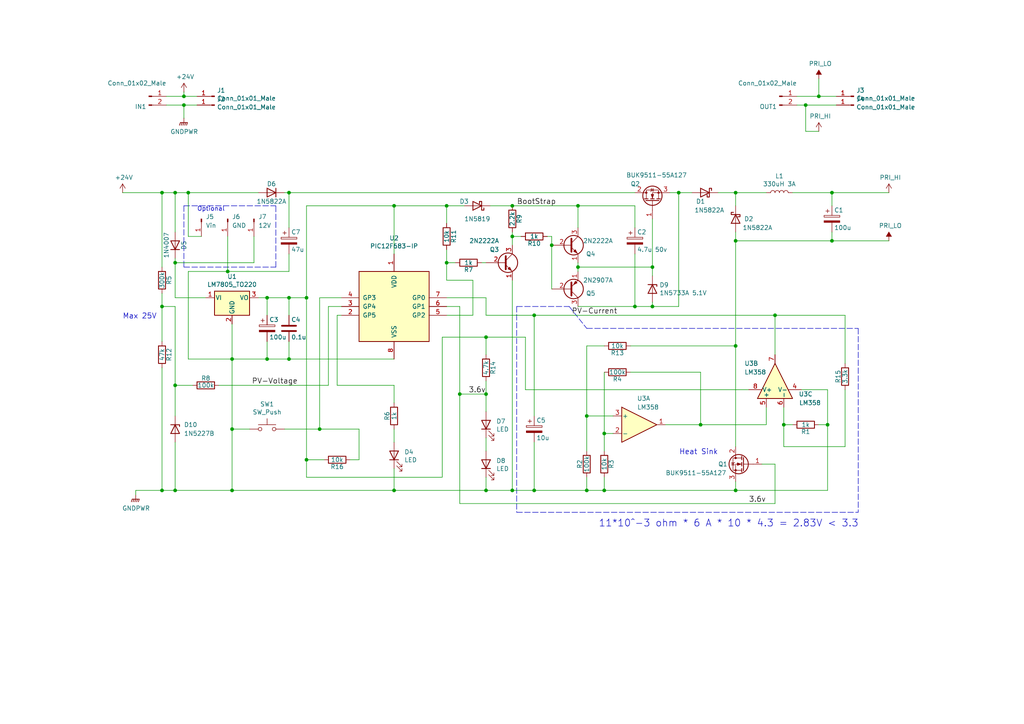
<source format=kicad_sch>
(kicad_sch (version 20250114) (generator "eeschema") (generator_version "9.0")
  (paper "A4")
  (title_block (title "Simple MPPT with 12F683") (date "2025-11-25") (rev "1.22"))
  (lib_symbols
    (symbol "Amplifier_Operational:LM358" (pin_names (offset 0.127))
      (property "Reference" "U" (at 0 5.08 0))
      (property "Value" "LM358" (at 0 -5.08 0))
      (symbol "LM358_1_1"
        (polyline (pts (xy -5.08 5.08) (xy 5.08 0) (xy -5.08 -5.08) (xy -5.08 5.08)) (stroke (width 0.254)) (fill (type background)))
        (pin input line (at -7.62 2.54 0) (length 2.54) (name "+") (number "3"))
        (pin input line (at -7.62 -2.54 0) (length 2.54) (name "-") (number "2"))
        (pin output line (at 7.62 0 180) (length 2.54) (name "~") (number "1"))
      )
      (symbol "LM358_2_1"
        (polyline (pts (xy -5.08 5.08) (xy 5.08 0) (xy -5.08 -5.08) (xy -5.08 5.08)) (stroke (width 0.254)) (fill (type background)))
        (pin input line (at -7.62 2.54 0) (length 2.54) (name "+") (number "5"))
        (pin input line (at -7.62 -2.54 0) (length 2.54) (name "-") (number "6"))
        (pin output line (at 7.62 0 180) (length 2.54) (name "~") (number "7"))
      )
      (symbol "LM358_3_1"
        (pin power_in line (at -2.54 7.62 270) (length 3.81) (name "V+") (number "8"))
        (pin power_in line (at -2.54 -7.62 90) (length 3.81) (name "V-") (number "4"))
      )
    )
    (symbol "Connector:Conn_01x01_Male" (pin_names (offset 1.016) (hide yes))
      (property "Reference" "J" (at 0 2.54 0))
      (property "Value" "Connector_Conn_01x01_Male" (at 0 -2.54 0))
      (symbol "Conn_01x01_Male_1_1"
        (rectangle (start 0.8636 0.127) (end 0 -0.127) (stroke (width 0.1524)) (fill (type outline)))
        (polyline (pts (xy 1.27 0) (xy 0.8636 0)) (stroke (width 0.1524)))
        (pin passive line (at 5.08 0 180) (length 3.81) (name "Pin_1") (number "1"))
      )
    )
    (symbol "Connector:Conn_01x01_Pin" (pin_names (offset 1.016) (hide yes))
      (property "Reference" "J" (at 0 2.54 0))
      (property "Value" "Conn_01x01_Pin" (at 0 -2.54 0))
      (symbol "Conn_01x01_Pin_1_1"
        (rectangle (start 0.8636 0.127) (end 0 -0.127) (stroke (width 0.1524)) (fill (type outline)))
        (polyline (pts (xy 1.27 0) (xy 0.8636 0)) (stroke (width 0.1524)))
        (pin passive line (at 5.08 0 180) (length 3.81) (name "Pin_1") (number "1"))
      )
    )
    (symbol "Connector:Conn_01x02_Male" (pin_names (offset 1.016) (hide yes))
      (property "Reference" "J" (at 0 2.54 0))
      (property "Value" "Connector_Conn_01x02_Male" (at 0 -5.08 0))
      (symbol "Conn_01x02_Male_1_1"
        (rectangle (start 0.8636 0.127) (end 0 -0.127) (stroke (width 0.1524)) (fill (type outline)))
        (rectangle (start 0.8636 -2.413) (end 0 -2.667) (stroke (width 0.1524)) (fill (type outline)))
        (polyline (pts (xy 1.27 0) (xy 0.8636 0)) (stroke (width 0.1524)))
        (polyline (pts (xy 1.27 -2.54) (xy 0.8636 -2.54)) (stroke (width 0.1524)))
        (pin passive line (at 5.08 0 180) (length 3.81) (name "Pin_1") (number "1"))
        (pin passive line (at 5.08 -2.54 180) (length 3.81) (name "Pin_2") (number "2"))
      )
    )
    (symbol "Device:C" (pin_numbers (hide yes)) (pin_names (offset 0.254))
      (property "Reference" "C" (at 0.635 2.54 0))
      (property "Value" "C" (at 0.635 -2.54 0))
      (symbol "C_0_1"
        (polyline (pts (xy -2.032 0.762) (xy 2.032 0.762)) (stroke (width 0.508)))
        (polyline (pts (xy -2.032 -0.762) (xy 2.032 -0.762)) (stroke (width 0.508)))
      )
      (symbol "C_1_1"
        (pin passive line (at 0 3.81 270) (length 2.794) (name "~") (number "1"))
        (pin passive line (at 0 -3.81 90) (length 2.794) (name "~") (number "2"))
      )
    )
    (symbol "Device:CP" (pin_numbers (hide yes)) (pin_names (offset 0.254))
      (property "Reference" "C" (at 0.635 2.54 0))
      (property "Value" "Device_CP" (at 0.635 -2.54 0))
      (symbol "CP_0_1"
        (rectangle (start -2.286 0.508) (end 2.286 1.016))
        (polyline (pts (xy -1.778 2.286) (xy -0.762 2.286)))
        (polyline (pts (xy -1.27 2.794) (xy -1.27 1.778)))
        (rectangle (start 2.286 -0.508) (end -2.286 -1.016) (fill (type outline)))
      )
      (symbol "CP_1_1"
        (pin passive line (at 0 3.81 270) (length 2.794) (name "~") (number "1"))
        (pin passive line (at 0 -3.81 90) (length 2.794) (name "~") (number "2"))
      )
    )
    (symbol "Device:D" (pin_numbers (hide yes)) (pin_names (offset 1.016) (hide yes))
      (property "Reference" "D" (at 0 2.54 0))
      (property "Value" "D" (at 0 -2.54 0))
      (symbol "D_0_1"
        (polyline (pts (xy -1.27 1.27) (xy -1.27 -1.27)) (stroke (width 0.254)))
        (polyline (pts (xy 1.27 1.27) (xy 1.27 -1.27) (xy -1.27 0) (xy 1.27 1.27)) (stroke (width 0.254)))
        (polyline (pts (xy 1.27 0) (xy -1.27 0)))
      )
      (symbol "D_1_1"
        (pin passive line (at -3.81 0 0) (length 2.54) (name "K") (number "1"))
        (pin passive line (at 3.81 0 180) (length 2.54) (name "A") (number "2"))
      )
    )
    (symbol "Device:D_Schottky" (pin_numbers (hide yes)) (pin_names (offset 1.016) (hide yes))
      (property "Reference" "D" (at 0 2.54 0))
      (property "Value" "D_Schottky" (at 0 -2.54 0))
      (symbol "D_Schottky_0_1"
        (polyline (pts (xy -1.905 0.635) (xy -1.905 1.27) (xy -1.27 1.27) (xy -1.27 -1.27) (xy -0.635 -1.27) (xy -0.635 -0.635)) (stroke (width 0.254)))
        (polyline (pts (xy 1.27 1.27) (xy 1.27 -1.27) (xy -1.27 0) (xy 1.27 1.27)) (stroke (width 0.254)))
        (polyline (pts (xy 1.27 0) (xy -1.27 0)))
      )
      (symbol "D_Schottky_1_1"
        (pin passive line (at -3.81 0 0) (length 2.54) (name "K") (number "1"))
        (pin passive line (at 3.81 0 180) (length 2.54) (name "A") (number "2"))
      )
    )
    (symbol "Device:D_Zener" (pin_numbers (hide yes)) (pin_names (offset 1.016) (hide yes))
      (property "Reference" "D" (at 0 2.54 0))
      (property "Value" "D_Zener" (at 0 -2.54 0))
      (symbol "D_Zener_0_1"
        (polyline (pts (xy -1.27 -1.27) (xy -1.27 1.27) (xy -0.762 1.27)) (stroke (width 0.254)))
        (polyline (pts (xy 1.27 0) (xy -1.27 0)))
        (polyline (pts (xy 1.27 -1.27) (xy 1.27 1.27) (xy -1.27 0) (xy 1.27 -1.27)) (stroke (width 0.254)))
      )
      (symbol "D_Zener_1_1"
        (pin passive line (at -3.81 0 0) (length 2.54) (name "K") (number "1"))
        (pin passive line (at 3.81 0 180) (length 2.54) (name "A") (number "2"))
      )
    )
    (symbol "Device:L" (pin_numbers (hide yes)) (pin_names (offset 1.016) (hide yes))
      (property "Reference" "L" (at -1.27 0 90))
      (property "Value" "L" (at 1.905 0 90))
      (symbol "L_0_1"
        (arc (start 0 2.54) (mid 0.6323 1.905) (end 0 1.27))
        (arc (start 0 1.27) (mid 0.6323 0.635) (end 0 0))
        (arc (start 0 0) (mid 0.6323 -0.635) (end 0 -1.27))
        (arc (start 0 -1.27) (mid 0.6323 -1.905) (end 0 -2.54))
      )
      (symbol "L_1_1"
        (pin passive line (at 0 3.81 270) (length 1.27) (name "1") (number "1"))
        (pin passive line (at 0 -3.81 90) (length 1.27) (name "2") (number "2"))
      )
    )
    (symbol "Device:LED" (pin_numbers (hide yes)) (pin_names (offset 1.016) (hide yes))
      (property "Reference" "D" (at 0 2.54 0))
      (property "Value" "LED" (at 0 -2.54 0))
      (symbol "LED_0_1"
        (polyline (pts (xy -3.048 -0.762) (xy -4.572 -2.286) (xy -3.81 -2.286) (xy -4.572 -2.286) (xy -4.572 -1.524)))
        (polyline (pts (xy -1.778 -0.762) (xy -3.302 -2.286) (xy -2.54 -2.286) (xy -3.302 -2.286) (xy -3.302 -1.524)))
        (polyline (pts (xy -1.27 0) (xy 1.27 0)))
        (polyline (pts (xy -1.27 -1.27) (xy -1.27 1.27)) (stroke (width 0.254)))
        (polyline (pts (xy 1.27 -1.27) (xy 1.27 1.27) (xy -1.27 0) (xy 1.27 -1.27)) (stroke (width 0.254)))
      )
      (symbol "LED_1_1"
        (pin passive line (at -3.81 0 0) (length 2.54) (name "K") (number "1"))
        (pin passive line (at 3.81 0 180) (length 2.54) (name "A") (number "2"))
      )
    )
    (symbol "Device:Q_NMOS_GDS" (pin_names (offset 0) (hide yes))
      (property "Reference" "Q" (at 5.08 1.27 0))
      (property "Value" "Device_Q_NMOS_GDS" (at 5.08 -1.27 0))
      (symbol "Q_NMOS_GDS_0_1"
        (polyline (pts (xy 0.254 1.905) (xy 0.254 -1.905)) (stroke (width 0.254)))
        (polyline (pts (xy 0.254 0) (xy -2.54 0)))
        (polyline (pts (xy 0.762 2.286) (xy 0.762 1.27)) (stroke (width 0.254)))
        (polyline (pts (xy 0.762 0.508) (xy 0.762 -0.508)) (stroke (width 0.254)))
        (polyline (pts (xy 0.762 -1.27) (xy 0.762 -2.286)) (stroke (width 0.254)))
        (polyline (pts (xy 0.762 -1.778) (xy 3.302 -1.778) (xy 3.302 1.778) (xy 0.762 1.778)))
        (polyline (pts (xy 1.016 0) (xy 2.032 0.381) (xy 2.032 -0.381) (xy 1.016 0)) (fill (type outline)))
        (circle (center 1.651 0) (radius 2.794) (stroke (width 0.254)))
        (polyline (pts (xy 2.54 2.54) (xy 2.54 1.778)))
        (circle (center 2.54 1.778) (radius 0.254) (fill (type outline)))
        (circle (center 2.54 -1.778) (radius 0.254) (fill (type outline)))
        (polyline (pts (xy 2.54 -2.54) (xy 2.54 0) (xy 0.762 0)))
        (polyline (pts (xy 2.794 0.508) (xy 2.921 0.381) (xy 3.683 0.381) (xy 3.81 0.254)))
        (polyline (pts (xy 3.302 0.381) (xy 2.921 -0.254) (xy 3.683 -0.254) (xy 3.302 0.381)))
      )
      (symbol "Q_NMOS_GDS_1_1"
        (pin input line (at -5.08 0 0) (length 2.54) (name "G") (number "1"))
        (pin passive line (at 2.54 5.08 270) (length 2.54) (name "D") (number "2"))
        (pin passive line (at 2.54 -5.08 90) (length 2.54) (name "S") (number "3"))
      )
    )
    (symbol "Device:Q_NPN_EBC" (pin_names (offset 0) (hide yes))
      (property "Reference" "Q" (at 5.08 1.27 0))
      (property "Value" "Device_Q_NPN_EBC" (at 5.08 -1.27 0))
      (symbol "Q_NPN_EBC_0_1"
        (polyline (pts (xy 0.635 1.905) (xy 0.635 -1.905) (xy 0.635 -1.905)) (stroke (width 0.508)))
        (polyline (pts (xy 0.635 0.635) (xy 2.54 2.54)))
        (polyline (pts (xy 0.635 -0.635) (xy 2.54 -2.54) (xy 2.54 -2.54)))
        (circle (center 1.27 0) (radius 2.8194) (stroke (width 0.254)))
        (polyline (pts (xy 1.27 -1.778) (xy 1.778 -1.27) (xy 2.286 -2.286) (xy 1.27 -1.778) (xy 1.27 -1.778)) (fill (type outline)))
      )
      (symbol "Q_NPN_EBC_1_1"
        (pin passive line (at -5.08 0 0) (length 5.715) (name "B") (number "2"))
        (pin passive line (at 2.54 5.08 270) (length 2.54) (name "C") (number "3"))
        (pin passive line (at 2.54 -5.08 90) (length 2.54) (name "E") (number "1"))
      )
    )
    (symbol "Device:Q_PNP_EBC" (pin_names (offset 0) (hide yes))
      (property "Reference" "Q" (at 5.08 1.27 0))
      (property "Value" "Device_Q_PNP_EBC" (at 5.08 -1.27 0))
      (symbol "Q_PNP_EBC_0_1"
        (polyline (pts (xy 0.635 1.905) (xy 0.635 -1.905) (xy 0.635 -1.905)) (stroke (width 0.508)))
        (polyline (pts (xy 0.635 0.635) (xy 2.54 2.54)))
        (polyline (pts (xy 0.635 -0.635) (xy 2.54 -2.54) (xy 2.54 -2.54)))
        (circle (center 1.27 0) (radius 2.8194) (stroke (width 0.254)))
        (polyline (pts (xy 2.286 -1.778) (xy 1.778 -2.286) (xy 1.27 -1.27) (xy 2.286 -1.778) (xy 2.286 -1.778)) (fill (type outline)))
      )
      (symbol "Q_PNP_EBC_1_1"
        (pin input line (at -5.08 0 0) (length 5.715) (name "B") (number "2"))
        (pin passive line (at 2.54 5.08 270) (length 2.54) (name "C") (number "3"))
        (pin passive line (at 2.54 -5.08 90) (length 2.54) (name "E") (number "1"))
      )
    )
    (symbol "Device:R" (pin_numbers (hide yes)) (pin_names (offset 0))
      (property "Reference" "R" (at 2.032 0 90))
      (property "Value" "R" (at 0 0 90))
      (symbol "R_0_1"
        (rectangle (start -1.016 -2.54) (end 1.016 2.54) (stroke (width 0.254)))
      )
      (symbol "R_1_1"
        (pin passive line (at 0 3.81 270) (length 1.27) (name "~") (number "1"))
        (pin passive line (at 0 -3.81 90) (length 1.27) (name "~") (number "2"))
      )
    )
    (symbol "MCU_Microchip_PIC12:PIC12F683-IP" (pin_names (offset 1.016))
      (property "Reference" "U" (at 1.27 13.97 0))
      (property "Value" "MCU_Microchip_PIC12_PIC12F683-IP" (at 1.27 11.43 0))
      (symbol "PIC12F683-IP_0_1"
        (rectangle (start 10.16 -10.16) (end -10.16 10.16) (stroke (width 0.254)) (fill (type background)))
      )
      (symbol "PIC12F683-IP_1_1"
        (pin bidirectional line (at -15.24 2.54 0) (length 5.08) (name "GP0") (number "7"))
        (pin bidirectional line (at -15.24 0 0) (length 5.08) (name "GP1") (number "6"))
        (pin bidirectional line (at -15.24 -2.54 0) (length 5.08) (name "GP2") (number "5"))
        (pin power_in line (at 0 15.24 270) (length 5.08) (name "VDD") (number "1"))
        (pin power_in line (at 0 -15.24 90) (length 5.08) (name "VSS") (number "8"))
        (pin input line (at 15.24 2.54 180) (length 5.08) (name "GP3") (number "4"))
        (pin bidirectional line (at 15.24 0 180) (length 5.08) (name "GP4") (number "3"))
        (pin bidirectional line (at 15.24 -2.54 180) (length 5.08) (name "GP5") (number "2"))
      )
    )
    (symbol "Regulator_Linear:LM7805_TO220" (pin_names (offset 0.254))
      (property "Reference" "U" (at -3.81 3.175 0))
      (property "Value" "LM7805_TO220" (at 0 3.175 0))
      (symbol "LM7805_TO220_0_1"
        (rectangle (start -5.08 1.905) (end 5.08 -5.08) (stroke (width 0.254)) (fill (type background)))
      )
      (symbol "LM7805_TO220_1_1"
        (pin power_in line (at -7.62 0 0) (length 2.54) (name "VI") (number "1"))
        (pin power_in line (at 0 -7.62 90) (length 2.54) (name "GND") (number "2"))
        (pin power_out line (at 7.62 0 180) (length 2.54) (name "VO") (number "3"))
      )
    )
    (symbol "Switch:SW_Push" (pin_numbers (hide yes)) (pin_names (offset 1.016) (hide yes))
      (property "Reference" "SW" (at 1.27 2.54 0))
      (property "Value" "SW_Push" (at 0 -1.524 0))
      (symbol "SW_Push_0_1"
        (circle (center -2.032 0) (radius 0.508))
        (polyline (pts (xy 0 1.27) (xy 0 3.048)))
        (circle (center 2.032 0) (radius 0.508))
        (polyline (pts (xy 2.54 1.27) (xy -2.54 1.27)))
        (pin passive line (at -5.08 0 0) (length 2.54) (name "1") (number "1"))
        (pin passive line (at 5.08 0 180) (length 2.54) (name "2") (number "2"))
      )
    )
    (symbol "power:+24V" (power) (pin_numbers (hide yes)) (pin_names (offset 0) (hide yes))
      (property "Value" "+24V" (at 0 3.556 0))
      (symbol "+24V_0_1"
        (polyline (pts (xy -0.762 1.27) (xy 0 2.54)))
        (polyline (pts (xy 0 2.54) (xy 0.762 1.27)))
        (polyline (pts (xy 0 0) (xy 0 2.54)))
      )
      (symbol "+24V_1_1"
        (pin power_in line (at 0 0 90) (length 0) (name "~") (number "1"))
      )
    )
    (symbol "power:GNDPWR" (power) (pin_numbers (hide yes)) (pin_names (offset 0) (hide yes))
      (property "Value" "GNDPWR" (at 0 -3.302 0))
      (symbol "GNDPWR_0_1"
        (polyline (pts (xy -1.016 -1.27) (xy -1.27 -2.032) (xy -1.27 -2.032)) (stroke (width 0.2032)))
        (polyline (pts (xy -0.508 -1.27) (xy -0.762 -2.032) (xy -0.762 -2.032)) (stroke (width 0.2032)))
        (polyline (pts (xy 0 -1.27) (xy 0 0)))
        (polyline (pts (xy 0 -1.27) (xy -0.254 -2.032) (xy -0.254 -2.032)) (stroke (width 0.2032)))
        (polyline (pts (xy 0.508 -1.27) (xy 0.254 -2.032) (xy 0.254 -2.032)) (stroke (width 0.2032)))
        (polyline (pts (xy 1.016 -1.27) (xy -1.016 -1.27) (xy -1.016 -1.27)) (stroke (width 0.2032)))
        (polyline (pts (xy 1.016 -1.27) (xy 0.762 -2.032) (xy 0.762 -2.032) (xy 0.762 -2.032)) (stroke (width 0.2032)))
      )
      (symbol "GNDPWR_1_1"
        (pin power_in line (at 0 0 270) (length 0) (name "~") (number "1"))
      )
    )
    (symbol "power:PRI_HI" (power) (pin_numbers (hide yes)) (pin_names (offset 0) (hide yes))
      (property "Value" "PRI_HI" (at 0 3.556 0))
      (symbol "PRI_HI_0_1"
        (polyline (pts (xy -0.762 1.27) (xy 0 2.54)))
        (polyline (pts (xy 0 2.54) (xy 0.762 1.27)))
        (polyline (pts (xy 0 0) (xy 0 2.54)))
      )
      (symbol "PRI_HI_1_1"
        (pin power_in line (at 0 0 90) (length 0) (name "~") (number "1"))
      )
    )
    (symbol "power:PRI_LO" (power) (pin_numbers (hide yes)) (pin_names (offset 0) (hide yes))
      (property "Value" "PRI_LO" (at 0 3.556 0))
      (symbol "PRI_LO_0_1"
        (polyline (pts (xy 0 0) (xy 0 2.54)))
        (polyline (pts (xy 0.762 1.27) (xy -0.762 1.27) (xy 0 2.54) (xy 0.762 1.27)) (fill (type outline)))
      )
      (symbol "PRI_LO_1_1"
        (pin power_in line (at 0 0 90) (length 0) (name "~") (number "1"))
      )
    )
  )
  (text "Max 25V" (at 35.56 92.71 0) (effects (font (size 1.524 1.524)) (justify left bottom)))
  (text "11*10^-3 ohm * 6 A * 10 * 4.3 = 2.83V < 3.3" (at 211.328 151.892 0) (effects (font (size 2.032 2.032))))
  (text "Optional" (at 61.214 60.706 0) (effects (font (size 1.27 1.27))))
  (text "Heat Sink" (at 208.28 132.08 0) (effects (font (size 1.524 1.524)) (justify right bottom)))
  (junction (at 46.99 88.9))
  (junction (at 237.49 27.94))
  (junction (at 46.99 55.88))
  (junction (at 148.59 68.58))
  (junction (at 148.59 142.24))
  (junction (at 241.3 69.85))
  (junction (at 175.26 142.24))
  (junction (at 88.9 133.35))
  (junction (at 240.03 123.19))
  (junction (at 196.85 55.88))
  (junction (at 50.8 111.76))
  (junction (at 66.04 78.74))
  (junction (at 50.8 55.88))
  (junction (at 148.59 59.69))
  (junction (at 67.31 104.14))
  (junction (at 129.54 59.69))
  (junction (at 184.15 88.9))
  (junction (at 140.97 97.79))
  (junction (at 50.8 76.2))
  (junction (at 213.36 69.85))
  (junction (at 167.64 59.69))
  (junction (at 140.97 114.3))
  (junction (at 46.99 142.24))
  (junction (at 213.36 100.33))
  (junction (at 160.02 71.12))
  (junction (at 50.8 142.24))
  (junction (at 67.31 124.46))
  (junction (at 189.23 77.47))
  (junction (at 83.82 104.14))
  (junction (at 129.54 76.2))
  (junction (at 133.35 114.3))
  (junction (at 140.97 142.24))
  (junction (at 203.2 123.19))
  (junction (at 67.31 142.24))
  (junction (at 189.23 88.9))
  (junction (at 154.94 91.44))
  (junction (at 54.61 55.88))
  (junction (at 167.64 77.47))
  (junction (at 77.47 104.14))
  (junction (at 233.68 30.48))
  (junction (at 77.47 86.36))
  (junction (at 114.3 59.69))
  (junction (at 241.3 55.88))
  (junction (at 53.34 30.48))
  (junction (at 114.3 142.24))
  (junction (at 154.94 142.24))
  (junction (at 224.79 91.44))
  (junction (at 92.71 124.46))
  (junction (at 83.82 86.36))
  (junction (at 170.18 142.24))
  (junction (at 213.36 55.88))
  (junction (at 170.18 120.65))
  (junction (at 213.36 142.24))
  (junction (at 175.26 125.73))
  (junction (at 53.34 27.94))
  (junction (at 227.33 123.19))
  (junction (at 83.82 55.88))
  (junction (at 88.9 86.36))
  (wire (pts (xy 184.15 73.66) (xy 184.15 88.9)))
  (wire (pts (xy 58.42 68.58) (xy 54.61 68.58)))
  (wire (pts (xy 129.54 59.69) (xy 129.54 64.77)))
  (wire (pts (xy 129.54 81.28) (xy 129.54 76.2)))
  (wire (pts (xy 140.97 114.3) (xy 133.35 114.3)))
  (wire (pts (xy 95.25 111.76) (xy 63.5 111.76)))
  (wire (pts (xy 39.37 142.24) (xy 46.99 142.24)))
  (wire (pts (xy 66.04 68.58) (xy 66.04 78.74)))
  (wire (pts (xy 129.54 59.69) (xy 114.3 59.69)))
  (wire (pts (xy 140.97 110.49) (xy 140.97 114.3)))
  (wire (pts (xy 114.3 59.69) (xy 88.9 59.69)))
  (wire (pts (xy 154.94 91.44) (xy 224.79 91.44)))
  (wire (pts (xy 129.54 88.9) (xy 133.35 88.9)))
  (polyline (pts (xy 149.86 148.59) (xy 248.92 148.59)) (stroke (width 0) (type dash)))
  (wire (pts (xy 46.99 88.9) (xy 46.99 99.06)))
  (wire (pts (xy 148.59 142.24) (xy 140.97 142.24)))
  (wire (pts (xy 213.36 142.24) (xy 213.36 139.7)))
  (wire (pts (xy 137.16 81.28) (xy 129.54 81.28)))
  (wire (pts (xy 167.64 77.47) (xy 167.64 78.74)))
  (wire (pts (xy 167.64 59.69) (xy 184.15 59.69)))
  (wire (pts (xy 35.56 55.88) (xy 46.99 55.88)))
  (wire (pts (xy 67.31 124.46) (xy 72.39 124.46)))
  (wire (pts (xy 170.18 120.65) (xy 170.18 130.81)))
  (wire (pts (xy 177.8 125.73) (xy 175.26 125.73)))
  (wire (pts (xy 128.27 97.79) (xy 140.97 97.79)))
  (wire (pts (xy 50.8 67.31) (xy 50.8 55.88)))
  (wire (pts (xy 237.49 123.19) (xy 240.03 123.19)))
  (wire (pts (xy 59.69 86.36) (xy 50.8 86.36)))
  (wire (pts (xy 99.06 91.44) (xy 97.79 91.44)))
  (wire (pts (xy 139.7 76.2) (xy 140.97 76.2)))
  (wire (pts (xy 213.36 55.88) (xy 222.25 55.88)))
  (wire (pts (xy 140.97 114.3) (xy 140.97 119.38)))
  (wire (pts (xy 54.61 68.58) (xy 54.61 55.88)))
  (polyline (pts (xy 53.34 59.69) (xy 53.34 77.47)) (stroke (width 0) (type dash)))
  (wire (pts (xy 196.85 88.9) (xy 196.85 55.88)))
  (polyline (pts (xy 248.92 95.25) (xy 248.92 148.59)) (stroke (width 0) (type dash)))
  (wire (pts (xy 77.47 99.06) (xy 77.47 104.14)))
  (wire (pts (xy 175.26 107.95) (xy 175.26 125.73)))
  (wire (pts (xy 74.93 86.36) (xy 77.47 86.36)))
  (wire (pts (xy 196.85 55.88) (xy 200.66 55.88)))
  (wire (pts (xy 50.8 76.2) (xy 50.8 86.36)))
  (wire (pts (xy 167.64 76.2) (xy 167.64 77.47)))
  (wire (pts (xy 88.9 59.69) (xy 88.9 86.36)))
  (wire (pts (xy 213.36 55.88) (xy 213.36 59.69)))
  (wire (pts (xy 83.82 91.44) (xy 83.82 86.36)))
  (wire (pts (xy 57.15 30.48) (xy 53.34 30.48)))
  (wire (pts (xy 160.02 71.12) (xy 160.02 83.82)))
  (wire (pts (xy 245.11 129.54) (xy 245.11 113.03)))
  (wire (pts (xy 189.23 87.63) (xy 189.23 88.9)))
  (wire (pts (xy 148.59 67.31) (xy 148.59 68.58)))
  (wire (pts (xy 175.26 125.73) (xy 175.26 130.81)))
  (wire (pts (xy 148.59 68.58) (xy 148.59 71.12)))
  (wire (pts (xy 88.9 138.43) (xy 128.27 138.43)))
  (wire (pts (xy 54.61 104.14) (xy 67.31 104.14)))
  (wire (pts (xy 140.97 138.43) (xy 140.97 142.24)))
  (wire (pts (xy 184.15 59.69) (xy 184.15 66.04)))
  (wire (pts (xy 95.25 88.9) (xy 95.25 111.76)))
  (wire (pts (xy 50.8 88.9) (xy 46.99 88.9)))
  (wire (pts (xy 99.06 86.36) (xy 92.71 86.36)))
  (wire (pts (xy 114.3 111.76) (xy 114.3 116.84)))
  (wire (pts (xy 53.34 26.67) (xy 53.34 27.94)))
  (wire (pts (xy 129.54 91.44) (xy 137.16 91.44)))
  (wire (pts (xy 148.59 81.28) (xy 148.59 142.24)))
  (wire (pts (xy 154.94 91.44) (xy 140.97 91.44)))
  (wire (pts (xy 140.97 86.36) (xy 129.54 86.36)))
  (wire (pts (xy 245.11 91.44) (xy 245.11 105.41)))
  (wire (pts (xy 50.8 111.76) (xy 55.88 111.76)))
  (polyline (pts (xy 165.1 88.9) (xy 170.18 95.25)) (stroke (width 0) (type dash)))
  (wire (pts (xy 229.87 123.19) (xy 227.33 123.19)))
  (wire (pts (xy 175.26 142.24) (xy 170.18 142.24)))
  (wire (pts (xy 167.64 77.47) (xy 189.23 77.47)))
  (wire (pts (xy 57.15 27.94) (xy 53.34 27.94)))
  (wire (pts (xy 67.31 124.46) (xy 67.31 142.24)))
  (wire (pts (xy 66.04 78.74) (xy 83.82 78.74)))
  (wire (pts (xy 88.9 133.35) (xy 88.9 138.43)))
  (wire (pts (xy 53.34 30.48) (xy 53.34 34.29)))
  (wire (pts (xy 213.36 69.85) (xy 241.3 69.85)))
  (wire (pts (xy 241.3 69.85) (xy 241.3 67.31)))
  (wire (pts (xy 46.99 77.47) (xy 46.99 55.88)))
  (wire (pts (xy 88.9 86.36) (xy 88.9 133.35)))
  (wire (pts (xy 48.26 30.48) (xy 53.34 30.48)))
  (wire (pts (xy 53.34 27.94) (xy 48.26 27.94)))
  (wire (pts (xy 73.66 76.2) (xy 50.8 76.2)))
  (wire (pts (xy 140.97 97.79) (xy 140.97 102.87)))
  (wire (pts (xy 242.57 27.94) (xy 237.49 27.94)))
  (wire (pts (xy 77.47 86.36) (xy 83.82 86.36)))
  (wire (pts (xy 67.31 93.98) (xy 67.31 104.14)))
  (wire (pts (xy 97.79 111.76) (xy 114.3 111.76)))
  (wire (pts (xy 222.25 123.19) (xy 222.25 118.11)))
  (wire (pts (xy 114.3 142.24) (xy 140.97 142.24)))
  (wire (pts (xy 213.36 69.85) (xy 213.36 100.33)))
  (wire (pts (xy 82.55 124.46) (xy 92.71 124.46)))
  (wire (pts (xy 154.94 128.27) (xy 154.94 142.24)))
  (wire (pts (xy 224.79 146.05) (xy 224.79 134.62)))
  (wire (pts (xy 99.06 88.9) (xy 95.25 88.9)))
  (wire (pts (xy 242.57 30.48) (xy 233.68 30.48)))
  (wire (pts (xy 182.88 100.33) (xy 213.36 100.33)))
  (polyline (pts (xy 149.86 88.9) (xy 149.86 148.59)) (stroke (width 0) (type dash)))
  (wire (pts (xy 133.35 114.3) (xy 133.35 146.05)))
  (wire (pts (xy 152.4 113.03) (xy 217.17 113.03)))
  (wire (pts (xy 67.31 104.14) (xy 67.31 124.46)))
  (wire (pts (xy 154.94 142.24) (xy 148.59 142.24)))
  (wire (pts (xy 170.18 142.24) (xy 154.94 142.24)))
  (wire (pts (xy 224.79 91.44) (xy 224.79 102.87)))
  (wire (pts (xy 83.82 104.14) (xy 77.47 104.14)))
  (wire (pts (xy 170.18 100.33) (xy 170.18 120.65)))
  (polyline (pts (xy 149.86 88.9) (xy 165.1 88.9)) (stroke (width 0) (type dash)))
  (wire (pts (xy 175.26 138.43) (xy 175.26 142.24)))
  (wire (pts (xy 224.79 134.62) (xy 220.98 134.62)))
  (wire (pts (xy 240.03 113.03) (xy 240.03 123.19)))
  (wire (pts (xy 97.79 91.44) (xy 97.79 111.76)))
  (wire (pts (xy 154.94 120.65) (xy 154.94 91.44)))
  (wire (pts (xy 83.82 55.88) (xy 82.55 55.88)))
  (wire (pts (xy 46.99 55.88) (xy 50.8 55.88)))
  (wire (pts (xy 170.18 138.43) (xy 170.18 142.24)))
  (wire (pts (xy 50.8 88.9) (xy 50.8 111.76)))
  (wire (pts (xy 129.54 76.2) (xy 129.54 72.39)))
  (wire (pts (xy 83.82 99.06) (xy 83.82 104.14)))
  (wire (pts (xy 77.47 91.44) (xy 77.47 86.36)))
  (wire (pts (xy 83.82 55.88) (xy 184.15 55.88)))
  (wire (pts (xy 114.3 104.14) (xy 83.82 104.14)))
  (polyline (pts (xy 170.18 95.25) (xy 248.92 95.25)) (stroke (width 0) (type dash)))
  (wire (pts (xy 83.82 66.04) (xy 83.82 55.88)))
  (wire (pts (xy 83.82 86.36) (xy 88.9 86.36)))
  (wire (pts (xy 175.26 142.24) (xy 213.36 142.24)))
  (wire (pts (xy 240.03 113.03) (xy 232.41 113.03)))
  (wire (pts (xy 233.68 38.1) (xy 233.68 30.48)))
  (wire (pts (xy 227.33 129.54) (xy 227.33 123.19)))
  (wire (pts (xy 148.59 59.69) (xy 167.64 59.69)))
  (wire (pts (xy 50.8 55.88) (xy 54.61 55.88)))
  (wire (pts (xy 189.23 88.9) (xy 196.85 88.9)))
  (wire (pts (xy 50.8 74.93) (xy 50.8 76.2)))
  (wire (pts (xy 46.99 106.68) (xy 46.99 142.24)))
  (wire (pts (xy 158.75 68.58) (xy 160.02 68.58)))
  (wire (pts (xy 133.35 146.05) (xy 224.79 146.05)))
  (wire (pts (xy 50.8 111.76) (xy 50.8 120.65)))
  (wire (pts (xy 54.61 104.14) (xy 54.61 78.74)))
  (wire (pts (xy 92.71 124.46) (xy 104.14 124.46)))
  (wire (pts (xy 114.3 135.89) (xy 114.3 142.24)))
  (wire (pts (xy 203.2 107.95) (xy 203.2 123.19)))
  (wire (pts (xy 39.37 142.24) (xy 39.37 143.51)))
  (wire (pts (xy 140.97 91.44) (xy 140.97 86.36)))
  (wire (pts (xy 240.03 123.19) (xy 240.03 142.24)))
  (wire (pts (xy 208.28 55.88) (xy 213.36 55.88)))
  (wire (pts (xy 193.04 123.19) (xy 203.2 123.19)))
  (wire (pts (xy 151.13 68.58) (xy 148.59 68.58)))
  (wire (pts (xy 170.18 100.33) (xy 175.26 100.33)))
  (wire (pts (xy 152.4 97.79) (xy 152.4 113.03)))
  (wire (pts (xy 50.8 142.24) (xy 46.99 142.24)))
  (wire (pts (xy 83.82 78.74) (xy 83.82 73.66)))
  (wire (pts (xy 92.71 86.36) (xy 92.71 124.46)))
  (wire (pts (xy 167.64 88.9) (xy 184.15 88.9)))
  (wire (pts (xy 46.99 85.09) (xy 46.99 88.9)))
  (wire (pts (xy 213.36 100.33) (xy 213.36 129.54)))
  (wire (pts (xy 229.87 55.88) (xy 241.3 55.88)))
  (wire (pts (xy 224.79 91.44) (xy 245.11 91.44)))
  (polyline (pts (xy 53.34 59.69) (xy 80.01 59.69)) (stroke (width 0) (type dash)))
  (wire (pts (xy 182.88 107.95) (xy 203.2 107.95)))
  (wire (pts (xy 114.3 59.69) (xy 114.3 73.66)))
  (wire (pts (xy 227.33 123.19) (xy 227.33 118.11)))
  (polyline (pts (xy 80.01 77.47) (xy 80.01 59.69)) (stroke (width 0) (type dash)))
  (wire (pts (xy 67.31 142.24) (xy 50.8 142.24)))
  (wire (pts (xy 54.61 55.88) (xy 74.93 55.88)))
  (wire (pts (xy 245.11 129.54) (xy 227.33 129.54)))
  (wire (pts (xy 160.02 68.58) (xy 160.02 71.12)))
  (wire (pts (xy 240.03 142.24) (xy 213.36 142.24)))
  (wire (pts (xy 189.23 80.01) (xy 189.23 77.47)))
  (polyline (pts (xy 53.34 77.47) (xy 80.01 77.47)) (stroke (width 0) (type dash)))
  (wire (pts (xy 114.3 124.46) (xy 114.3 128.27)))
  (wire (pts (xy 237.49 38.1) (xy 233.68 38.1)))
  (wire (pts (xy 104.14 133.35) (xy 101.6 133.35)))
  (wire (pts (xy 189.23 77.47) (xy 189.23 63.5)))
  (wire (pts (xy 142.24 59.69) (xy 148.59 59.69)))
  (wire (pts (xy 170.18 120.65) (xy 177.8 120.65)))
  (wire (pts (xy 133.35 88.9) (xy 133.35 114.3)))
  (wire (pts (xy 54.61 78.74) (xy 66.04 78.74)))
  (wire (pts (xy 184.15 88.9) (xy 189.23 88.9)))
  (wire (pts (xy 233.68 30.48) (xy 231.14 30.48)))
  (wire (pts (xy 129.54 59.69) (xy 134.62 59.69)))
  (wire (pts (xy 132.08 76.2) (xy 129.54 76.2)))
  (wire (pts (xy 237.49 27.94) (xy 237.49 22.86)))
  (wire (pts (xy 194.31 55.88) (xy 196.85 55.88)))
  (wire (pts (xy 203.2 123.19) (xy 222.25 123.19)))
  (wire (pts (xy 67.31 104.14) (xy 77.47 104.14)))
  (wire (pts (xy 50.8 128.27) (xy 50.8 142.24)))
  (wire (pts (xy 73.66 68.58) (xy 73.66 76.2)))
  (wire (pts (xy 213.36 67.31) (xy 213.36 69.85)))
  (wire (pts (xy 140.97 127) (xy 140.97 130.81)))
  (wire (pts (xy 152.4 97.79) (xy 140.97 97.79)))
  (wire (pts (xy 167.64 59.69) (xy 167.64 66.04)))
  (wire (pts (xy 241.3 55.88) (xy 241.3 59.69)))
  (wire (pts (xy 93.98 133.35) (xy 88.9 133.35)))
  (wire (pts (xy 241.3 69.85) (xy 257.81 69.85)))
  (wire (pts (xy 104.14 124.46) (xy 104.14 133.35)))
  (wire (pts (xy 114.3 142.24) (xy 67.31 142.24)))
  (wire (pts (xy 137.16 91.44) (xy 137.16 81.28)))
  (wire (pts (xy 241.3 55.88) (xy 257.81 55.88)))
  (wire (pts (xy 128.27 138.43) (xy 128.27 97.79)))
  (wire (pts (xy 231.14 27.94) (xy 237.49 27.94)))
  (label "3.6v" (at 135.89 114.3 0) (effects (font (size 1.524 1.524))))
  (label "3.6v" (at 217.17 146.05 0) (effects (font (size 1.524 1.524))))
  (label "PV-Voltage" (at 86.36 111.76 180) (effects (font (size 1.524 1.524))))
  (label "PV-Current" (at 179.07 91.44 180) (effects (font (size 1.524 1.524))))
  (label "BootStrap" (at 161.29 59.69 180) (effects (font (size 1.524 1.524))))
  (symbol (lib_id "Device:Q_NMOS_GDS") (at 215.9 134.62 0) (mirror y) (unit 1)
    (property "Reference" "Q1" (at 208.28 134.62 0) (effects (justify right)))
    (property "Value" "BUK9511-55A127" (at 193.04 137.16 0) (effects (justify right)))
    (property "Footprint" "Package_TO_SOT_THT:TO-220-3_Vertical" (effects (hide yes)))
  )
  (symbol (lib_id "Device:R") (at 179.07 107.95 270) (unit 1)
    (property "Reference" "R4" (at 179.07 109.982 90))
    (property "Value" "100k" (at 179.07 107.95 90))
    (property "Footprint" "Resistor_THT:R_Axial_DIN0309_L9.0mm_D3.2mm_P12.70mm_Horizontal" (effects (hide yes)))
  )
  (symbol (lib_id "Device:R") (at 175.26 134.62 0) (unit 1)
    (property "Reference" "R3" (at 177.292 134.62 90))
    (property "Value" "10k" (at 175.26 134.62 90))
    (property "Footprint" "Resistor_THT:R_Axial_DIN0309_L9.0mm_D3.2mm_P12.70mm_Horizontal" (effects (hide yes)))
  )
  (symbol (lib_id "Device:Q_NMOS_GDS") (at 189.23 58.42 90) (unit 1)
    (property "Reference" "Q2" (at 182.88 53.34 90) (effects (justify right)))
    (property "Value" "BUK9511-55A127" (at 181.61 50.8 90) (effects (justify right)))
    (property "Footprint" "Package_TO_SOT_THT:TO-220-3_Vertical" (effects (hide yes)))
  )
  (symbol (lib_id "Device:D_Schottky") (at 204.47 55.88 0) (mirror y) (unit 1)
    (property "Reference" "D1" (at 203.2 58.42 0))
    (property "Value" "1N5822A" (at 205.74 60.96 0))
    (property "Footprint" "Diode_THT:D_DO-201AD_P15.24mm_Horizontal" (effects (hide yes)))
  )
  (symbol (lib_id "Device:D_Schottky") (at 213.36 63.5 90) (mirror x) (unit 1)
    (property "Reference" "D2" (at 217.17 63.5 90))
    (property "Value" "1N5822A" (at 219.71 66.04 90))
    (property "Footprint" "Diode_THT:D_DO-201AD_P15.24mm_Horizontal" (effects (hide yes)))
  )
  (symbol (lib_id "Device:CP") (at 241.3 63.5 0) (unit 1)
    (property "Reference" "C1" (at 241.935 60.96 0) (effects (justify left)))
    (property "Value" "100u" (at 241.935 66.04 0) (effects (justify left)))
    (property "Footprint" "Capacitor_THT:CP_Radial_D12.5mm_P5.00mm" (effects (hide yes)))
  )
  (symbol (lib_id "Device:Q_NPN_EBC") (at 165.1 71.12 0) (unit 1)
    (property "Reference" "Q4" (at 172.72 73.66 0) (effects (justify right)))
    (property "Value" "2N2222A" (at 177.8 69.85 0) (effects (justify right)))
    (property "Footprint" "Package_TO_SOT_THT:TO-92_Inline_Wide" (effects (hide yes)))
  )
  (symbol (lib_id "Device:Q_PNP_EBC") (at 165.1 83.82 0) (mirror x) (unit 1)
    (property "Reference" "Q5" (at 172.72 85.09 0) (effects (justify right)))
    (property "Value" "2N2907A" (at 177.8 81.28 0) (effects (justify right)))
    (property "Footprint" "Package_TO_SOT_THT:TO-92_Inline_Wide" (effects (hide yes)))
  )
  (symbol (lib_id "Device:CP") (at 184.15 69.85 0) (unit 1)
    (property "Reference" "C2" (at 184.785 67.31 0) (effects (justify left)))
    (property "Value" "4.7u 50v" (at 184.785 72.39 0) (effects (justify left)))
    (property "Footprint" "Capacitor_THT:CP_Radial_D8.0mm_P2.50mm" (effects (hide yes)))
  )
  (symbol (lib_id "Device:Q_NPN_EBC") (at 146.05 76.2 0) (unit 1)
    (property "Reference" "Q3" (at 144.78 72.39 0) (effects (justify right)))
    (property "Value" "2N2222A" (at 144.78 69.85 0) (effects (justify right)))
    (property "Footprint" "Package_TO_SOT_THT:TO-92_Inline_Wide" (effects (hide yes)))
  )
  (symbol (lib_id "Device:R") (at 148.59 63.5 0) (unit 1)
    (property "Reference" "R9" (at 150.622 63.5 90))
    (property "Value" "2.2k" (at 148.59 63.5 90))
    (property "Footprint" "Resistor_THT:R_Axial_DIN0309_L9.0mm_D3.2mm_P12.70mm_Horizontal" (effects (hide yes)))
  )
  (symbol (lib_id "Device:R") (at 135.89 76.2 270) (unit 1)
    (property "Reference" "R7" (at 135.89 78.232 90))
    (property "Value" "1k" (at 135.89 76.2 90))
    (property "Footprint" "Resistor_THT:R_Axial_DIN0309_L9.0mm_D3.2mm_P12.70mm_Horizontal" (effects (hide yes)))
  )
  (symbol (lib_id "Device:R") (at 154.94 68.58 270) (unit 1)
    (property "Reference" "R10" (at 154.94 70.612 90))
    (property "Value" "1k" (at 154.94 68.58 90))
    (property "Footprint" "Resistor_THT:R_Axial_DIN0309_L9.0mm_D3.2mm_P12.70mm_Horizontal" (effects (hide yes)))
  )
  (symbol (lib_id "Device:R") (at 46.99 81.28 0) (unit 1)
    (property "Reference" "R5" (at 49.022 81.28 90))
    (property "Value" "300k" (at 46.99 81.28 90))
    (property "Footprint" "Resistor_THT:R_Axial_DIN0309_L9.0mm_D3.2mm_P12.70mm_Horizontal" (effects (hide yes)))
  )
  (symbol (lib_id "Device:R") (at 59.69 111.76 90) (unit 1)
    (property "Reference" "R8" (at 59.69 109.728 90))
    (property "Value" "100k" (at 59.69 111.76 90))
    (property "Footprint" "Resistor_THT:R_Axial_DIN0309_L9.0mm_D3.2mm_P12.70mm_Horizontal" (effects (hide yes)))
  )
  (symbol (lib_id "Device:R") (at 114.3 120.65 180) (unit 1)
    (property "Reference" "R6" (at 112.268 120.65 90))
    (property "Value" "1k" (at 114.3 120.65 90))
    (property "Footprint" "Resistor_THT:R_Axial_DIN0309_L9.0mm_D3.2mm_P12.70mm_Horizontal" (effects (hide yes)))
  )
  (symbol (lib_id "Device:D") (at 50.8 71.12 270) (mirror x) (unit 1)
    (property "Reference" "D5" (at 53.34 71.12 0))
    (property "Value" "1N4007" (at 48.26 71.12 0))
    (property "Footprint" "Diode_THT:D_DO-41_SOD81_P10.16mm_Horizontal" (effects (hide yes)))
  )
  (symbol (lib_id "Device:C") (at 83.82 95.25 0) (unit 1)
    (property "Reference" "C4" (at 84.455 92.71 0) (effects (justify left)))
    (property "Value" "0.1u" (at 84.455 97.79 0) (effects (justify left)))
    (property "Footprint" "Capacitor_THT:C_Disc_D7.5mm_W4.4mm_P5.00mm" (effects (hide yes)))
  )
  (symbol (lib_id "Device:CP") (at 77.47 95.25 0) (unit 1)
    (property "Reference" "C3" (at 78.105 92.71 0) (effects (justify left)))
    (property "Value" "100u" (at 78.105 97.79 0) (effects (justify left)))
    (property "Footprint" "Capacitor_THT:CP_Radial_D8.0mm_P2.50mm" (effects (hide yes)))
  )
  (symbol (lib_id "Device:R") (at 46.99 102.87 0) (unit 1)
    (property "Reference" "R12" (at 49.022 102.87 90))
    (property "Value" "47k" (at 46.99 102.87 90))
    (property "Footprint" "Resistor_THT:R_Axial_DIN0309_L9.0mm_D3.2mm_P12.70mm_Horizontal" (effects (hide yes)))
  )
  (symbol (lib_id "Device:R") (at 170.18 134.62 180) (unit 1)
    (property "Reference" "R2" (at 168.148 134.62 90))
    (property "Value" "100k" (at 170.18 134.62 90))
    (property "Footprint" "Resistor_THT:R_Axial_DIN0309_L9.0mm_D3.2mm_P12.70mm_Horizontal" (effects (hide yes)))
  )
  (symbol (lib_id "Device:R") (at 179.07 100.33 270) (unit 1)
    (property "Reference" "R13" (at 179.07 102.362 90))
    (property "Value" "10k" (at 179.07 100.33 90))
    (property "Footprint" "Resistor_THT:R_Axial_DIN0309_L9.0mm_D3.2mm_P12.70mm_Horizontal" (effects (hide yes)))
  )
  (symbol (lib_id "Device:R") (at 140.97 106.68 0) (unit 1)
    (property "Reference" "R14" (at 143.002 106.68 90))
    (property "Value" "4.7k" (at 140.97 106.68 90))
    (property "Footprint" "Resistor_THT:R_Axial_DIN0309_L9.0mm_D3.2mm_P12.70mm_Horizontal" (effects (hide yes)))
  )
  (symbol (lib_id "Device:CP") (at 154.94 124.46 0) (unit 1)
    (property "Reference" "C5" (at 155.575 121.92 0) (effects (justify left)))
    (property "Value" "10u" (at 155.575 127 0) (effects (justify left)))
    (property "Footprint" "Capacitor_THT:CP_Radial_D8.0mm_P2.50mm" (effects (hide yes)))
  )
  (symbol (lib_id "Device:R") (at 233.68 123.19 270) (unit 1)
    (property "Reference" "R1" (at 233.68 125.222 90))
    (property "Value" "1k" (at 233.68 123.19 90))
    (property "Footprint" "Resistor_THT:R_Axial_DIN0309_L9.0mm_D3.2mm_P12.70mm_Horizontal" (effects (hide yes)))
  )
  (symbol (lib_id "Device:R") (at 245.11 109.22 180) (unit 1)
    (property "Reference" "R15" (at 243.078 109.22 90))
    (property "Value" "3.3k" (at 245.11 109.22 90))
    (property "Footprint" "Resistor_THT:R_Axial_DIN0309_L9.0mm_D3.2mm_P12.70mm_Horizontal" (effects (hide yes)))
  )
  (symbol (lib_id "Device:D") (at 78.74 55.88 0) (mirror y) (unit 1)
    (property "Reference" "D6" (at 78.74 53.34 0))
    (property "Value" "1N5822A" (at 78.74 58.42 0))
    (property "Footprint" "Diode_THT:D_DO-201AD_P15.24mm_Horizontal" (effects (hide yes)))
  )
  (symbol (lib_id "Device:CP") (at 83.82 69.85 0) (unit 1)
    (property "Reference" "C7" (at 84.455 67.31 0) (effects (justify left)))
    (property "Value" "47u" (at 84.455 72.39 0) (effects (justify left)))
    (property "Footprint" "Capacitor_THT:CP_Radial_D12.5mm_P5.00mm" (effects (hide yes)))
  )
  (symbol (lib_id "Device:R") (at 97.79 133.35 270) (unit 1)
    (property "Reference" "R16" (at 97.79 135.382 90))
    (property "Value" "10k" (at 97.79 133.35 90))
    (property "Footprint" "Resistor_THT:R_Axial_DIN0309_L9.0mm_D3.2mm_P12.70mm_Horizontal" (effects (hide yes)))
  )
  (symbol (lib_id "power:+24V") (at 35.56 55.88 0) (unit 1)
    (property "Reference" "#PWR01" (effects (hide yes)))
    (property "Value" "+24V" (at 35.941 51.4858 0))
  )
  (symbol (lib_id "power:GNDPWR") (at 39.37 143.51 0) (unit 1)
    (property "Reference" "#PWR02" (effects (hide yes)))
    (property "Value" "GNDPWR" (at 39.4716 147.4216 0))
    (property "Footprint" "Connectors:1pin" (effects (hide yes)))
  )
  (symbol (lib_id "power:PRI_HI") (at 257.81 55.88 0) (unit 1)
    (property "Reference" "#PWR03" (effects (hide yes)))
    (property "Value" "PRI_HI" (at 258.2418 51.4858 0))
  )
  (symbol (lib_id "power:PRI_LO") (at 257.81 69.85 0) (unit 1)
    (property "Reference" "#PWR04" (effects (hide yes)))
    (property "Value" "PRI_LO" (at 258.2418 65.4558 0))
  )
  (symbol (lib_id "Regulator_Linear:LM7805_TO220") (at 67.31 86.36 0) (unit 1)
    (property "Reference" "U1" (at 67.31 80.2132 0))
    (property "Value" "LM7805_TO220" (at 67.31 82.5246 0))
    (property "Footprint" "Package_TO_SOT_THT:TO-220-3_Vertical" (effects (hide yes)))
    (property "Datasheet" "http://www.fairchildsemi.com/ds/LM/LM7805.pdf" (effects (hide yes)))
  )
  (symbol (lib_id "power:+24V") (at 53.34 26.67 0) (unit 1)
    (property "Reference" "#PWR05" (effects (hide yes)))
    (property "Value" "+24V" (at 53.721 22.2758 0))
    (property "Footprint" "Connectors:1pin" (effects (hide yes)))
  )
  (symbol (lib_id "power:GNDPWR") (at 53.34 34.29 0) (unit 1)
    (property "Reference" "#PWR06" (effects (hide yes)))
    (property "Value" "GNDPWR" (at 53.4416 38.2016 0))
    (property "Footprint" "Connectors:1pin" (effects (hide yes)))
  )
  (symbol (lib_id "power:PRI_HI") (at 237.49 38.1 0) (unit 1)
    (property "Reference" "#PWR07" (effects (hide yes)))
    (property "Value" "PRI_HI" (at 237.9218 33.7058 0))
  )
  (symbol (lib_id "power:PRI_LO") (at 237.49 22.86 0) (unit 1)
    (property "Reference" "#PWR08" (effects (hide yes)))
    (property "Value" "PRI_LO" (at 237.9218 18.4658 0))
  )
  (symbol (lib_id "Device:R") (at 129.54 68.58 0) (unit 1)
    (property "Reference" "R11" (at 131.572 68.58 90))
    (property "Value" "10k" (at 129.54 68.58 90))
    (property "Footprint" "Resistor_THT:R_Axial_DIN0309_L9.0mm_D3.2mm_P12.70mm_Horizontal" (effects (hide yes)))
  )
  (symbol (lib_id "MCU_Microchip_PIC12:PIC12F683-IP") (at 114.3 88.9 0) (mirror y) (unit 1)
    (property "Reference" "U2" (at 114.3 69.0626 0))
    (property "Value" "PIC12F683-IP" (at 114.3 71.374 0))
    (property "Footprint" "Package_DIP:DIP-8_W7.62mm_LongPads" (effects (hide yes)))
    (property "Datasheet" "http://ww1.microchip.com/downloads/en/DeviceDoc/41232D.pdf" (effects (hide yes)))
  )
  (symbol (lib_id "Device:LED") (at 114.3 132.08 90) (unit 1)
    (property "Reference" "D4" (at 117.2718 131.0894 90) (effects (justify right)))
    (property "Value" "LED" (at 117.2718 133.4008 90) (effects (justify right)))
    (property "Footprint" "LED_THT:LED_D3.0mm" (effects (hide yes)))
  )
  (symbol (lib_id "Device:LED") (at 140.97 123.19 90) (unit 1)
    (property "Reference" "D7" (at 143.9418 122.1994 90) (effects (justify right)))
    (property "Value" "LED" (at 143.9418 124.5108 90) (effects (justify right)))
    (property "Footprint" "LED_THT:LED_D3.0mm" (effects (hide yes)))
  )
  (symbol (lib_id "Device:LED") (at 140.97 134.62 90) (unit 1)
    (property "Reference" "D8" (at 143.9418 133.6294 90) (effects (justify right)))
    (property "Value" "LED" (at 143.9418 135.9408 90) (effects (justify right)))
    (property "Footprint" "LED_THT:LED_D3.0mm" (effects (hide yes)))
  )
  (symbol (lib_id "Device:L") (at 226.06 55.88 90) (unit 1)
    (property "Reference" "L1" (at 226.06 51.054 90))
    (property "Value" "330uH 3A" (at 226.06 53.3654 90))
    (property "Footprint" "Inductor_THT:L_Toroid_Vertical_L16.0mm_W8.0mm_P7.62mm" (effects (hide yes)))
  )
  (symbol (lib_id "Connector:Conn_01x02_Male") (at 43.18 27.94 0) (unit 1)
    (property "Reference" "IN1" (at 42.4688 30.9372 0) (effects (justify right)))
    (property "Value" "Conn_01x02_Male" (at 48.26 24.13 0) (effects (justify right)))
    (property "Footprint" "12f683MPPT:Connector_SCREW_2PIN" (effects (hide yes)))
  )
  (symbol (lib_id "Connector:Conn_01x02_Male") (at 226.06 27.94 0) (unit 1)
    (property "Reference" "OUT1" (at 225.3488 30.9372 0) (effects (justify right)))
    (property "Value" "Conn_01x02_Male" (at 231.14 24.13 0) (effects (justify right)))
    (property "Footprint" "12f683MPPT:Connector_SCREW_2PIN" (effects (hide yes)))
  )
  (symbol (lib_id "Amplifier_Operational:LM358") (at 185.42 123.19 0) (unit 1)
    (property "Reference" "U3" (at 186.69 115.57 0))
    (property "Value" "LM358" (at 187.96 118.11 0))
    (property "Footprint" "Package_DIP:DIP-8_W7.62mm_LongPads" (effects (hide yes)))
    (property "Datasheet" "http://www.ti.com/lit/ds/symlink/lm2904-n.pdf" (effects (hide yes)))
  )
  (symbol (lib_id "Amplifier_Operational:LM358") (at 224.79 110.49 90) (unit 2)
    (property "Reference" "U3" (at 215.9 105.41 90) (effects (justify right)))
    (property "Value" "LM358" (at 215.9 107.95 90) (effects (justify right)))
    (property "Footprint" "Package_DIP:DIP-8_W7.62mm_LongPads" (effects (hide yes)))
    (property "Datasheet" "http://www.ti.com/lit/ds/symlink/lm2904-n.pdf" (effects (hide yes)))
  )
  (symbol (lib_id "Amplifier_Operational:LM358") (at 224.79 110.49 90) (unit 3)
    (property "Reference" "U3" (at 233.68 114.3 90))
    (property "Value" "LM358" (at 234.95 116.84 90))
    (property "Footprint" "Package_DIP:DIP-8_W7.62mm_LongPads" (effects (hide yes)))
    (property "Datasheet" "http://www.ti.com/lit/ds/symlink/lm2904-n.pdf" (effects (hide yes)))
  )
  (symbol (lib_id "Connector:Conn_01x01_Male") (at 62.23 27.94 180) (unit 1)
    (property "Reference" "J1" (at 62.9412 26.2128 0) (effects (justify right)))
    (property "Value" "Conn_01x01_Male" (at 62.9412 28.5242 0) (effects (justify right)))
    (property "Footprint" "Connectors:1pin" (effects (hide yes)))
  )
  (symbol (lib_id "Connector:Conn_01x01_Male") (at 62.23 30.48 180) (unit 1)
    (property "Reference" "J2" (at 62.9412 28.7528 0) (effects (justify right)))
    (property "Value" "Conn_01x01_Male" (at 62.9412 31.0642 0) (effects (justify right)))
    (property "Footprint" "Connectors:1pin" (effects (hide yes)))
  )
  (symbol (lib_id "Connector:Conn_01x01_Male") (at 247.65 30.48 180) (unit 1)
    (property "Reference" "J4" (at 248.3612 28.7528 0) (effects (justify right)))
    (property "Value" "Conn_01x01_Male" (at 248.3612 31.0642 0) (effects (justify right)))
    (property "Footprint" "Connectors:1pin" (effects (hide yes)))
  )
  (symbol (lib_id "Connector:Conn_01x01_Male") (at 247.65 27.94 180) (unit 1)
    (property "Reference" "J3" (at 248.3612 26.2128 0) (effects (justify right)))
    (property "Value" "Conn_01x01_Male" (at 248.3612 28.5242 0) (effects (justify right)))
    (property "Footprint" "Connectors:1pin" (effects (hide yes)))
  )
  (symbol (lib_id "Switch:SW_Push") (at 77.47 124.46 0) (unit 1)
    (property "Reference" "SW1" (at 77.47 117.221 0))
    (property "Value" "SW_Push" (at 77.47 119.5324 0))
    (property "Footprint" "Button_Switch_THT:SW_PUSH_6mm_H7.3mm" (effects (hide yes)))
  )
  (symbol (lib_id "Device:D_Zener") (at 189.23 83.82 270) (unit 1)
    (property "Reference" "D9" (at 191.262 82.6516 90) (effects (justify left)))
    (property "Value" "1N5733A 5.1V" (at 191.262 84.963 90) (effects (justify left)))
    (property "Footprint" "Diode_THT:D_DO-41_SOD81_P5.08mm_Vertical_AnodeUp" (effects (hide yes)))
  )
  (symbol (lib_id "Device:D_Schottky") (at 138.43 59.69 180) (unit 1)
    (property "Reference" "D3" (at 134.62 58.42 0))
    (property "Value" "1N5819" (at 138.43 63.5 0))
    (property "Footprint" "Diode_THT:D_DO-41_SOD81_P10.16mm_Horizontal" (effects (hide yes)))
  )
  (symbol (lib_id "Connector:Conn_01x01_Pin") (at 66.04 63.5 270) (unit 1)
    (property "Reference" "J6" (at 67.31 62.8649 90) (effects (justify left)))
    (property "Value" "GND" (at 67.31 65.4049 90) (effects (justify left)))
    (property "Footprint" "Connector_Pin:Pin_D1.0mm_L10.0mm" (effects (hide yes)))
    (property "Description" "Generic connector, single row, 01x01, script generated" (effects (hide yes)))
  )
  (symbol (lib_id "Device:D_Zener") (at 50.8 124.46 270) (unit 1)
    (property "Reference" "D10" (at 53.34 123.1899 90) (effects (justify left)))
    (property "Value" "1N5227B" (at 53.34 125.7299 90) (effects (justify left)))
    (property "Footprint" "Diode_THT:D_DO-41_SOD81_P7.62mm_Horizontal" (effects (hide yes)))
    (property "Description" "Zener diode" (effects (hide yes)))
  )
  (symbol (lib_id "Connector:Conn_01x01_Pin") (at 73.66 63.5 270) (unit 1)
    (property "Reference" "J7" (at 74.93 62.8649 90) (effects (justify left)))
    (property "Value" "12V" (at 74.93 65.4049 90) (effects (justify left)))
    (property "Footprint" "Connector_Pin:Pin_D1.0mm_L10.0mm" (effects (hide yes)))
    (property "Description" "Generic connector, single row, 01x01, script generated" (effects (hide yes)))
  )
  (symbol (lib_id "Connector:Conn_01x01_Pin") (at 58.42 63.5 270) (unit 1)
    (property "Reference" "J5" (at 59.69 62.8649 90) (effects (justify left)))
    (property "Value" "Vin" (at 59.69 65.4049 90) (effects (justify left)))
    (property "Footprint" "Connector_Pin:Pin_D1.0mm_L10.0mm" (effects (hide yes)))
    (property "Description" "Generic connector, single row, 01x01, script generated" (effects (hide yes)))
  )
)
</source>
